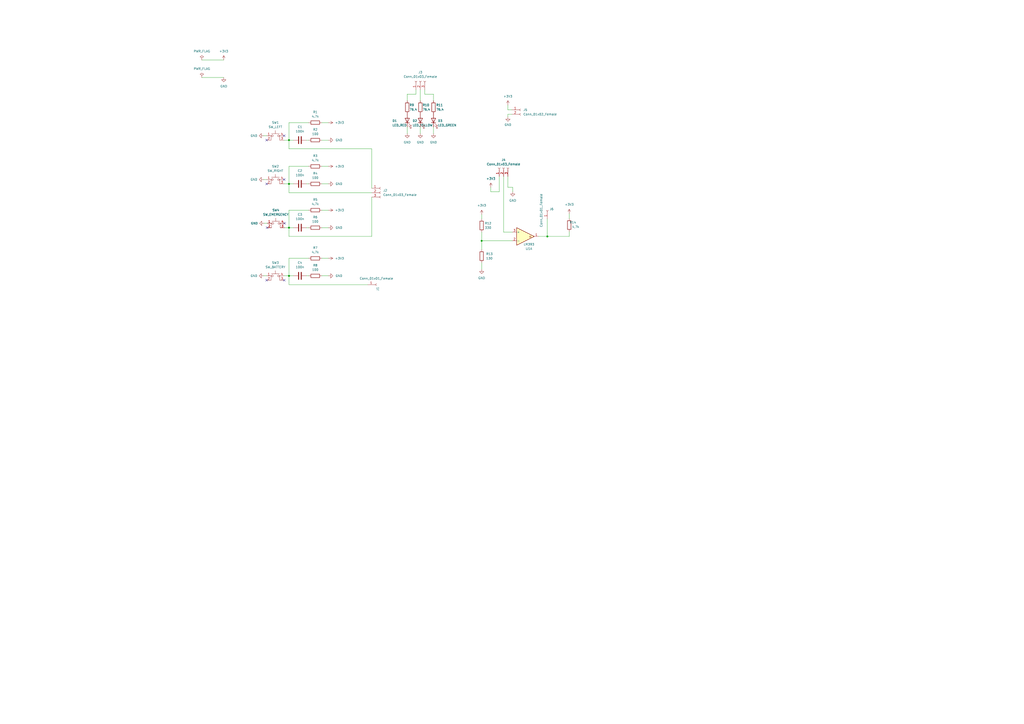
<source format=kicad_sch>
(kicad_sch (version 20211123) (generator eeschema)
  (paper "A2")
  (lib_symbols
    (symbol "Comparator:LM393" (pin_names (offset 0.127))
      (property "Reference" "U" (at 3.81 3.81 0))
      (property "Value" "LM393" (at 6.35 -3.81 0))
      (symbol "LM393_1_1"
        (polyline (pts (xy -5.08 5.08) (xy 5.08 0) (xy -5.08 -5.08) (xy -5.08 5.08)) (stroke (width 0.254)) (fill (type background)))
        (polyline (pts (xy 3.302 -0.508) (xy 2.794 -0.508) (xy 3.302 0) (xy 2.794 0.508) (xy 2.286 0) (xy 2.794 -0.508) (xy 2.286 -0.508)) (stroke (width 0.127)))
        (pin open_collector line (at 7.62 0 180) (length 2.54) (name "~") (number "1"))
        (pin input line (at -7.62 -2.54 0) (length 2.54) (name "-") (number "2"))
        (pin input line (at -7.62 2.54 0) (length 2.54) (name "+") (number "3"))
      )
      (symbol "LM393_2_1"
        (polyline (pts (xy -5.08 5.08) (xy 5.08 0) (xy -5.08 -5.08) (xy -5.08 5.08)) (stroke (width 0.254)) (fill (type background)))
        (polyline (pts (xy 3.302 -0.508) (xy 2.794 -0.508) (xy 3.302 0) (xy 2.794 0.508) (xy 2.286 0) (xy 2.794 -0.508) (xy 2.286 -0.508)) (stroke (width 0.127)))
        (pin input line (at -7.62 2.54 0) (length 2.54) (name "+") (number "5"))
        (pin input line (at -7.62 -2.54 0) (length 2.54) (name "_") (number "6"))
        (pin open_collector line (at 7.62 0 180) (length 2.54) (name "~") (number "7"))
      )
      (symbol "LM393_3_1"
        (pin power_in line (at -2.54 -7.62 90) (length 3.81) (name "V-") (number "4"))
        (pin power_in line (at -2.54 7.62 270) (length 3.81) (name "V+") (number "8"))
      )
    )
    (symbol "Connector:Conn_01x01_Female" (pin_names (offset 1.016) hide)
      (property "Reference" "J" (at 0 2.54 0))
      (property "Value" "Conn_01x01_Female" (at 0 -2.54 0))
      (symbol "Conn_01x01_Female_1_1"
        (polyline (pts (xy -1.27 0) (xy -0.508 0)) (stroke (width 0.1524)))
        (arc (start 0 0.508) (mid -0.508 0) (end 0 -0.508) (stroke (width 0.1524)))
        (pin passive line (at -5.08 0 0) (length 3.81) (name "Pin_1") (number "1"))
      )
    )
    (symbol "Connector:Conn_01x02_Female" (pin_names (offset 1.016) hide)
      (property "Reference" "J" (at 0 2.54 0))
      (property "Value" "Conn_01x02_Female" (at 0 -5.08 0))
      (symbol "Conn_01x02_Female_1_1"
        (arc (start 0 -2.032) (mid -0.508 -2.54) (end 0 -3.048) (stroke (width 0.1524)))
        (polyline (pts (xy -1.27 -2.54) (xy -0.508 -2.54)) (stroke (width 0.1524)))
        (polyline (pts (xy -1.27 0) (xy -0.508 0)) (stroke (width 0.1524)))
        (arc (start 0 0.508) (mid -0.508 0) (end 0 -0.508) (stroke (width 0.1524)))
        (pin passive line (at -5.08 0 0) (length 3.81) (name "Pin_1") (number "1"))
        (pin passive line (at -5.08 -2.54 0) (length 3.81) (name "Pin_2") (number "2"))
      )
    )
    (symbol "Connector:Conn_01x03_Female" (pin_names (offset 1.016) hide)
      (property "Reference" "J" (at 0 5.08 0))
      (property "Value" "Conn_01x03_Female" (at 0 -5.08 0))
      (symbol "Conn_01x03_Female_1_1"
        (arc (start 0 -2.032) (mid -0.508 -2.54) (end 0 -3.048) (stroke (width 0.1524)))
        (polyline (pts (xy -1.27 -2.54) (xy -0.508 -2.54)) (stroke (width 0.1524)))
        (polyline (pts (xy -1.27 0) (xy -0.508 0)) (stroke (width 0.1524)))
        (polyline (pts (xy -1.27 2.54) (xy -0.508 2.54)) (stroke (width 0.1524)))
        (arc (start 0 0.508) (mid -0.508 0) (end 0 -0.508) (stroke (width 0.1524)))
        (arc (start 0 3.048) (mid -0.508 2.54) (end 0 2.032) (stroke (width 0.1524)))
        (pin passive line (at -5.08 2.54 0) (length 3.81) (name "Pin_1") (number "1"))
        (pin passive line (at -5.08 0 0) (length 3.81) (name "Pin_2") (number "2"))
        (pin passive line (at -5.08 -2.54 0) (length 3.81) (name "Pin_3") (number "3"))
      )
    )
    (symbol "Device:C" (pin_numbers hide) (pin_names (offset 0.254))
      (property "Reference" "C" (at 0.635 2.54 0))
      (property "Value" "C" (at 0.635 -2.54 0))
      (symbol "C_0_1"
        (polyline (pts (xy -2.032 -0.762) (xy 2.032 -0.762)) (stroke (width 0.508)))
        (polyline (pts (xy -2.032 0.762) (xy 2.032 0.762)) (stroke (width 0.508)))
      )
      (symbol "C_1_1"
        (pin passive line (at 0 3.81 270) (length 2.794) (name "~") (number "1"))
        (pin passive line (at 0 -3.81 90) (length 2.794) (name "~") (number "2"))
      )
    )
    (symbol "Device:LED" (pin_numbers hide) (pin_names (offset 1.016) hide)
      (property "Reference" "D" (at 0 2.54 0))
      (property "Value" "LED" (at 0 -2.54 0))
      (symbol "LED_0_1"
        (polyline (pts (xy -1.27 -1.27) (xy -1.27 1.27)) (stroke (width 0.254)))
        (polyline (pts (xy -1.27 0) (xy 1.27 0)))
        (polyline (pts (xy 1.27 -1.27) (xy 1.27 1.27) (xy -1.27 0) (xy 1.27 -1.27)) (stroke (width 0.254)))
        (polyline (pts (xy -3.048 -0.762) (xy -4.572 -2.286) (xy -3.81 -2.286) (xy -4.572 -2.286) (xy -4.572 -1.524)))
        (polyline (pts (xy -1.778 -0.762) (xy -3.302 -2.286) (xy -2.54 -2.286) (xy -3.302 -2.286) (xy -3.302 -1.524)))
      )
      (symbol "LED_1_1"
        (pin passive line (at -3.81 0 0) (length 2.54) (name "K") (number "1"))
        (pin passive line (at 3.81 0 180) (length 2.54) (name "A") (number "2"))
      )
    )
    (symbol "Device:R" (pin_numbers hide) (pin_names (offset 0))
      (property "Reference" "R" (at 2.032 0 90))
      (property "Value" "R" (at 0 0 90))
      (symbol "R_0_1"
        (rectangle (start -1.016 -2.54) (end 1.016 2.54) (stroke (width 0.254)))
      )
      (symbol "R_1_1"
        (pin passive line (at 0 3.81 270) (length 1.27) (name "~") (number "1"))
        (pin passive line (at 0 -3.81 90) (length 1.27) (name "~") (number "2"))
      )
    )
    (symbol "Switch:SW_MEC_5E" (pin_names (offset 1.016) hide)
      (property "Reference" "SW" (at 0.635 5.715 0))
      (property "Value" "SW_MEC_5E" (at 0 -3.175 0))
      (symbol "SW_MEC_5E_0_1"
        (circle (center -1.778 2.54) (radius 0.508))
        (polyline (pts (xy -2.286 3.81) (xy 2.286 3.81)))
        (polyline (pts (xy 0 3.81) (xy 0 5.588)))
        (polyline (pts (xy -2.54 0) (xy -2.54 2.54) (xy -2.286 2.54)))
        (polyline (pts (xy 2.54 0) (xy 2.54 2.54) (xy 2.286 2.54)))
        (circle (center 1.778 2.54) (radius 0.508))
        (pin passive line (at -5.08 2.54 0) (length 2.54) (name "1") (number "1"))
        (pin passive line (at -5.08 0 0) (length 2.54) (name "2") (number "2"))
        (pin passive line (at 5.08 0 180) (length 2.54) (name "K") (number "3"))
        (pin passive line (at 5.08 2.54 180) (length 2.54) (name "A") (number "4"))
      )
    )
    (symbol "power:+3.3V" (power) (pin_names (offset 0))
      (property "Value" "+3.3V" (at 0 3.556 0))
      (symbol "+3.3V_0_1"
        (polyline (pts (xy -0.762 1.27) (xy 0 2.54)))
        (polyline (pts (xy 0 0) (xy 0 2.54)))
        (polyline (pts (xy 0 2.54) (xy 0.762 1.27)))
      )
      (symbol "+3.3V_1_1"
        (pin power_in line (at 0 0 90) (length 0) hide (name "+3V3") (number "1"))
      )
    )
    (symbol "power:GND" (power) (pin_names (offset 0))
      (property "Value" "GND" (at 0 -3.81 0))
      (symbol "GND_0_1"
        (polyline (pts (xy 0 0) (xy 0 -1.27) (xy 1.27 -1.27) (xy 0 -2.54) (xy -1.27 -1.27) (xy 0 -1.27)))
      )
      (symbol "GND_1_1"
        (pin power_in line (at 0 0 270) (length 0) hide (name "GND") (number "1"))
      )
    )
    (symbol "power:PWR_FLAG" (power) (pin_numbers hide) (pin_names (offset 0) hide)
      (property "Value" "PWR_FLAG" (at 0 3.81 0))
      (symbol "PWR_FLAG_0_0"
        (pin power_out line (at 0 0 90) (length 0) (name "pwr") (number "1"))
      )
      (symbol "PWR_FLAG_0_1"
        (polyline (pts (xy 0 0) (xy 0 1.27) (xy -1.016 1.905) (xy 0 2.54) (xy 1.016 1.905) (xy 0 1.27)))
      )
    )
  )
  (junction (at 167.64 132.08))
  (junction (at 167.64 160.02))
  (junction (at 167.64 81.28))
  (junction (at 317.5 137.16))
  (junction (at 167.64 106.68))
  (junction (at 279.4 139.7))
  (no_connect (at 164.846 78.74))
  (no_connect (at 165.1 129.54))
  (no_connect (at 154.686 162.56))
  (no_connect (at 154.686 106.68))
  (no_connect (at 164.846 104.14))
  (no_connect (at 154.686 81.28))
  (no_connect (at 154.94 132.08))
  (no_connect (at 164.846 162.56))
  (wire (pts (xy 279.4 139.7) (xy 297.18 139.7)))
  (wire (pts (xy 177.8 106.68) (xy 179.07 106.68)))
  (wire (pts (xy 186.69 132.08) (xy 190.5 132.08)))
  (wire (pts (xy 312.42 137.16) (xy 317.5 137.16)))
  (wire (pts (xy 186.69 149.86) (xy 190.5 149.86)))
  (wire (pts (xy 215.646 86.36) (xy 215.646 109.22)))
  (wire (pts (xy 167.64 86.36) (xy 215.646 86.36)))
  (wire (pts (xy 186.69 160.02) (xy 190.5 160.02)))
  (wire (pts (xy 153.162 129.54) (xy 154.94 129.54)))
  (wire (pts (xy 167.64 96.52) (xy 179.07 96.52)))
  (wire (pts (xy 246.38 52.07) (xy 246.38 54.61)))
  (wire (pts (xy 186.69 71.12) (xy 190.5 71.12)))
  (wire (pts (xy 279.4 152.4) (xy 279.4 156.21)))
  (wire (pts (xy 177.8 132.08) (xy 179.07 132.08)))
  (wire (pts (xy 167.64 121.92) (xy 179.07 121.92)))
  (wire (pts (xy 167.64 160.02) (xy 167.64 165.1)))
  (wire (pts (xy 236.22 54.61) (xy 236.22 58.42)))
  (wire (pts (xy 251.46 54.61) (xy 251.46 58.42)))
  (wire (pts (xy 294.64 102.362) (xy 294.64 108.712)))
  (wire (pts (xy 152.908 104.14) (xy 154.686 104.14)))
  (wire (pts (xy 117.094 34.798) (xy 129.794 34.798)))
  (wire (pts (xy 215.646 114.3) (xy 215.646 137.16)))
  (wire (pts (xy 296.926 63.754) (xy 294.64 63.754)))
  (wire (pts (xy 294.64 67.818) (xy 294.64 66.294)))
  (wire (pts (xy 279.4 134.62) (xy 279.4 139.7)))
  (wire (pts (xy 289.56 111.252) (xy 284.734 111.252)))
  (wire (pts (xy 167.64 81.28) (xy 167.64 86.36)))
  (wire (pts (xy 186.69 121.92) (xy 190.5 121.92)))
  (wire (pts (xy 243.84 73.66) (xy 243.84 77.47)))
  (wire (pts (xy 177.8 81.28) (xy 179.07 81.28)))
  (wire (pts (xy 236.22 73.66) (xy 236.22 77.47)))
  (wire (pts (xy 213.36 165.1) (xy 167.64 165.1)))
  (wire (pts (xy 167.64 71.12) (xy 167.64 81.28)))
  (wire (pts (xy 167.64 111.76) (xy 215.646 111.76)))
  (wire (pts (xy 167.64 132.08) (xy 167.64 137.16)))
  (wire (pts (xy 167.64 160.02) (xy 170.18 160.02)))
  (wire (pts (xy 167.64 121.92) (xy 167.64 132.08)))
  (wire (pts (xy 284.734 108.712) (xy 284.734 111.252)))
  (wire (pts (xy 165.1 132.08) (xy 167.64 132.08)))
  (wire (pts (xy 167.64 71.12) (xy 179.07 71.12)))
  (wire (pts (xy 292.1 134.62) (xy 297.18 134.62)))
  (wire (pts (xy 186.69 81.28) (xy 190.5 81.28)))
  (wire (pts (xy 279.4 139.7) (xy 279.4 144.78)))
  (wire (pts (xy 241.3 54.61) (xy 236.22 54.61)))
  (wire (pts (xy 167.64 149.86) (xy 179.07 149.86)))
  (wire (pts (xy 330.2 137.16) (xy 317.5 137.16)))
  (wire (pts (xy 164.846 160.02) (xy 167.64 160.02)))
  (wire (pts (xy 330.2 123.952) (xy 330.2 126.746)))
  (wire (pts (xy 177.8 160.02) (xy 179.07 160.02)))
  (wire (pts (xy 294.64 108.712) (xy 297.434 108.712)))
  (wire (pts (xy 317.5 127) (xy 317.5 137.16)))
  (wire (pts (xy 167.64 106.68) (xy 170.18 106.68)))
  (wire (pts (xy 243.84 52.07) (xy 243.84 58.42)))
  (wire (pts (xy 241.3 52.07) (xy 241.3 54.61)))
  (wire (pts (xy 167.64 106.68) (xy 167.64 111.76)))
  (wire (pts (xy 294.64 66.294) (xy 296.926 66.294)))
  (wire (pts (xy 186.69 96.52) (xy 190.5 96.52)))
  (wire (pts (xy 164.846 106.68) (xy 167.64 106.68)))
  (wire (pts (xy 186.69 106.68) (xy 190.5 106.68)))
  (wire (pts (xy 167.64 81.28) (xy 170.18 81.28)))
  (wire (pts (xy 167.64 132.08) (xy 170.18 132.08)))
  (wire (pts (xy 152.908 160.02) (xy 154.686 160.02)))
  (wire (pts (xy 279.4 124.46) (xy 279.4 127)))
  (wire (pts (xy 167.64 96.52) (xy 167.64 106.68)))
  (wire (pts (xy 167.64 137.16) (xy 215.646 137.16)))
  (wire (pts (xy 289.56 102.362) (xy 289.56 111.252)))
  (wire (pts (xy 330.2 134.366) (xy 330.2 137.16)))
  (wire (pts (xy 294.64 60.96) (xy 294.64 63.754)))
  (wire (pts (xy 297.434 108.712) (xy 297.434 111.252)))
  (wire (pts (xy 167.64 149.86) (xy 167.64 160.02)))
  (wire (pts (xy 117.094 44.958) (xy 129.794 44.958)))
  (wire (pts (xy 164.846 81.28) (xy 167.64 81.28)))
  (wire (pts (xy 152.908 78.74) (xy 154.686 78.74)))
  (wire (pts (xy 251.46 73.66) (xy 251.46 77.47)))
  (wire (pts (xy 246.38 54.61) (xy 251.46 54.61)))
  (wire (pts (xy 292.1 102.362) (xy 292.1 134.62)))
  (symbol (lib_id "Connector:Conn_01x01_Female") (at 218.44 165.1 0) (unit 1)
    (property "Reference" "J1" (at 219.0751 166.37 90) (effects (justify right)))
    (property "Value" "Conn_01x01_Female" (at 228.092 161.544 0) (effects (justify right)))
    (property "Footprint" "Connector_PinHeader_2.54mm:PinHeader_1x01_P2.54mm_Horizontal" (effects hide))
  )
  (symbol (lib_id "power:GND") (at 251.46 77.47 0) (unit 1)
    (property "Reference" "#PWR017" (effects hide))
    (property "Value" "GND" (at 251.46 82.55 0))
  )
  (symbol (lib_id "power:PWR_FLAG") (at 117.094 44.958 0) (unit 1)
    (property "Reference" "#FLG02" (effects hide))
    (property "Value" "PWR_FLAG" (at 117.094 39.878 0))
  )
  (symbol (lib_id "Device:R") (at 182.88 160.02 90) (unit 1)
    (property "Reference" "R8" (at 182.88 153.924 90))
    (property "Value" "100" (at 182.88 156.464 90))
    (property "Footprint" "Resistor_THT:R_Axial_DIN0207_L6.3mm_D2.5mm_P10.16mm_Horizontal" (effects hide))
  )
  (symbol (lib_id "Device:C") (at 173.99 160.02 90) (unit 1)
    (property "Reference" "C4" (at 173.99 152.4 90))
    (property "Value" "100n" (at 173.99 154.94 90))
    (property "Footprint" "Capacitor_THT:C_Disc_D3.4mm_W2.1mm_P2.50mm" (effects hide))
  )
  (symbol (lib_id "Connector:Conn_01x02_Female") (at 302.006 63.754 0) (unit 1)
    (property "Reference" "J5" (at 303.53 63.7539 0) (effects (justify left)))
    (property "Value" "Conn_01x02_Female" (at 303.53 66.2939 0) (effects (justify left)))
    (property "Footprint" "Connector_PinHeader_2.54mm:PinHeader_1x02_P2.54mm_Horizontal" (effects hide))
  )
  (symbol (lib_id "Switch:SW_MEC_5E") (at 160.02 132.08 0) (unit 1)
    (property "Reference" "SW4" (at 160.02 121.92 0))
    (property "Value" "SW_EMERGENCY" (at 160.02 124.46 0))
    (property "Footprint" "Button_Switch_THT:SW_PUSH-12mm" (effects hide))
    (property "Datasheet" "http://www.apem.com/int/index.php?controller=attachment&id_attachment=1371" (effects hide))
  )
  (symbol (lib_id "Device:R") (at 279.4 148.59 0) (unit 1)
    (property "Reference" "R13" (at 281.94 147.3199 0) (effects (justify left)))
    (property "Value" "130" (at 281.94 149.8599 0) (effects (justify left)))
    (property "Footprint" "Resistor_THT:R_Axial_DIN0207_L6.3mm_D2.5mm_P10.16mm_Horizontal" (effects hide))
  )
  (symbol (lib_id "Device:R") (at 236.22 62.23 0) (unit 1)
    (property "Reference" "R9" (at 237.49 60.96 0) (effects (justify left)))
    (property "Value" "76,4" (at 237.49 63.5 0) (effects (justify left)))
    (property "Footprint" "Resistor_THT:R_Axial_DIN0207_L6.3mm_D2.5mm_P10.16mm_Horizontal" (effects hide))
  )
  (symbol (lib_id "Switch:SW_MEC_5E") (at 159.766 81.28 0) (unit 1)
    (property "Reference" "SW1" (at 159.766 71.12 0))
    (property "Value" "SW_LEFT" (at 159.766 73.66 0))
    (property "Footprint" "Button_Switch_THT:SW_PUSH-12mm" (effects hide))
    (property "Datasheet" "http://www.apem.com/int/index.php?controller=attachment&id_attachment=1371" (effects hide))
  )
  (symbol (lib_id "power:GND") (at 236.22 77.47 0) (unit 1)
    (property "Reference" "#PWR015" (effects hide))
    (property "Value" "GND" (at 236.22 82.55 0))
  )
  (symbol (lib_id "power:GND") (at 190.5 106.68 90) (unit 1)
    (property "Reference" "#PWR010" (effects hide))
    (property "Value" "GND" (at 194.564 106.6799 90) (effects (justify right)))
  )
  (symbol (lib_id "power:GND") (at 294.64 67.818 0) (unit 1)
    (property "Reference" "#PWR022" (effects hide))
    (property "Value" "GND" (at 294.64 72.39 0))
  )
  (symbol (lib_id "power:GND") (at 129.794 44.958 0) (unit 1)
    (property "Reference" "#PWR02" (effects hide))
    (property "Value" "GND" (at 129.794 50.038 0))
  )
  (symbol (lib_id "Switch:SW_MEC_5E") (at 159.766 106.68 0) (unit 1)
    (property "Reference" "SW2" (at 159.766 96.52 0))
    (property "Value" "SW_RIGHT" (at 159.766 99.06 0))
    (property "Footprint" "Button_Switch_THT:SW_PUSH-12mm" (effects hide))
    (property "Datasheet" "http://www.apem.com/int/index.php?controller=attachment&id_attachment=1371" (effects hide))
  )
  (symbol (lib_id "Device:R") (at 182.88 106.68 90) (unit 1)
    (property "Reference" "R4" (at 182.88 100.584 90))
    (property "Value" "100" (at 182.88 103.124 90))
    (property "Footprint" "Resistor_THT:R_Axial_DIN0207_L6.3mm_D2.5mm_P10.16mm_Horizontal" (effects hide))
  )
  (symbol (lib_id "Device:R") (at 251.46 62.23 0) (unit 1)
    (property "Reference" "R11" (at 252.984 60.96 0) (effects (justify left)))
    (property "Value" "76,4" (at 252.984 63.5 0) (effects (justify left)))
    (property "Footprint" "Resistor_THT:R_Axial_DIN0207_L6.3mm_D2.5mm_P10.16mm_Horizontal" (effects hide))
  )
  (symbol (lib_id "power:GND") (at 153.162 129.54 270) (unit 1)
    (property "Reference" "#PWR06" (effects hide))
    (property "Value" "GND" (at 149.606 129.5399 90) (effects (justify right)))
  )
  (symbol (lib_id "Device:R") (at 182.88 149.86 90) (unit 1)
    (property "Reference" "R7" (at 182.88 143.764 90))
    (property "Value" "4.7k" (at 182.88 146.304 90))
    (property "Footprint" "Resistor_THT:R_Axial_DIN0207_L6.3mm_D2.5mm_P10.16mm_Horizontal" (effects hide))
  )
  (symbol (lib_id "Device:R") (at 330.2 130.556 0) (mirror y) (unit 1)
    (property "Reference" "R14" (at 334.264 129.032 0) (effects (justify left)))
    (property "Value" "4,7k" (at 336.042 131.572 0) (effects (justify left)))
    (property "Footprint" "Resistor_THT:R_Axial_DIN0207_L6.3mm_D2.5mm_P10.16mm_Horizontal" (effects hide))
  )
  (symbol (lib_id "Connector:Conn_01x03_Female") (at 243.84 46.99 90) (unit 1)
    (property "Reference" "J3" (at 243.84 41.91 90))
    (property "Value" "Conn_01x03_Female" (at 243.84 44.45 90))
    (property "Footprint" "Connector_PinHeader_2.54mm:PinHeader_1x03_P2.54mm_Horizontal" (effects hide))
  )
  (symbol (lib_id "Device:LED") (at 243.84 69.85 90) (unit 1)
    (property "Reference" "D2" (at 239.268 70.104 90) (effects (justify right)))
    (property "Value" "LED_YELLOW" (at 239.268 72.644 90) (effects (justify right)))
    (property "Footprint" "LED_THT:LED_D5.0mm" (effects hide))
  )
  (symbol (lib_id "power:+3.3V") (at 190.5 121.92 270) (unit 1)
    (property "Reference" "#PWR011" (effects hide))
    (property "Value" "+3.3V" (at 194.31 121.9199 90) (effects (justify left)))
  )
  (symbol (lib_id "power:GND") (at 279.4 156.21 0) (unit 1)
    (property "Reference" "#PWR019" (effects hide))
    (property "Value" "GND" (at 279.4 161.29 0))
  )
  (symbol (lib_id "Switch:SW_MEC_5E") (at 159.766 162.56 0) (unit 1)
    (property "Reference" "SW3" (at 159.766 152.4 0))
    (property "Value" "SW_BATTERY" (at 159.766 154.94 0))
    (property "Footprint" "Button_Switch_THT:SW_PUSH_6mm_H7.3mm" (effects hide))
    (property "Datasheet" "http://www.apem.com/int/index.php?controller=attachment&id_attachment=1371" (effects hide))
  )
  (symbol (lib_id "power:PWR_FLAG") (at 117.094 34.798 0) (unit 1)
    (property "Reference" "#FLG01" (effects hide))
    (property "Value" "PWR_FLAG" (at 117.094 29.718 0))
  )
  (symbol (lib_id "Device:R") (at 182.88 71.12 90) (unit 1)
    (property "Reference" "R1" (at 182.88 65.024 90))
    (property "Value" "4.7k" (at 182.88 67.564 90))
    (property "Footprint" "Resistor_THT:R_Axial_DIN0207_L6.3mm_D2.5mm_P10.16mm_Horizontal" (effects hide))
  )
  (symbol (lib_id "Device:R") (at 182.88 132.08 90) (unit 1)
    (property "Reference" "R6" (at 182.88 125.984 90))
    (property "Value" "100" (at 182.88 128.524 90))
    (property "Footprint" "Resistor_THT:R_Axial_DIN0207_L6.3mm_D2.5mm_P10.16mm_Horizontal" (effects hide))
  )
  (symbol (lib_id "power:+3.3V") (at 284.734 108.712 0) (unit 1)
    (property "Reference" "#PWR020" (effects hide))
    (property "Value" "+3.3V" (at 284.734 103.632 0))
  )
  (symbol (lib_id "Connector:Conn_01x01_Female") (at 317.5 121.92 90) (unit 1)
    (property "Reference" "J6" (at 318.77 121.2849 90) (effects (justify right)))
    (property "Value" "Conn_01x01_Female" (at 313.944 112.268 0) (effects (justify right)))
    (property "Footprint" "Connector_PinHeader_2.54mm:PinHeader_1x01_P2.54mm_Horizontal" (effects hide))
  )
  (symbol (lib_id "Device:R") (at 182.88 96.52 90) (unit 1)
    (property "Reference" "R3" (at 182.88 90.424 90))
    (property "Value" "4.7k" (at 182.88 92.964 90))
    (property "Footprint" "Resistor_THT:R_Axial_DIN0207_L6.3mm_D2.5mm_P10.16mm_Horizontal" (effects hide))
  )
  (symbol (lib_id "Device:C") (at 173.99 132.08 90) (unit 1)
    (property "Reference" "C3" (at 173.99 124.46 90))
    (property "Value" "100n" (at 173.99 127 90))
    (property "Footprint" "Capacitor_THT:C_Disc_D3.4mm_W2.1mm_P2.50mm" (effects hide))
  )
  (symbol (lib_id "power:GND") (at 152.908 78.74 270) (unit 1)
    (property "Reference" "#PWR03" (effects hide))
    (property "Value" "GND" (at 149.352 78.7399 90) (effects (justify right)))
  )
  (symbol (lib_id "Device:LED") (at 236.22 69.85 90) (unit 1)
    (property "Reference" "D1" (at 227.584 70.104 90) (effects (justify right)))
    (property "Value" "LED_RED" (at 227.584 72.644 90) (effects (justify right)))
    (property "Footprint" "LED_THT:LED_D5.0mm" (effects hide))
  )
  (symbol (lib_id "power:GND") (at 152.908 104.14 270) (unit 1)
    (property "Reference" "#PWR04" (effects hide))
    (property "Value" "GND" (at 149.352 104.1399 90) (effects (justify right)))
  )
  (symbol (lib_id "Device:R") (at 182.88 81.28 90) (unit 1)
    (property "Reference" "R2" (at 182.88 75.184 90))
    (property "Value" "100" (at 182.88 77.724 90))
    (property "Footprint" "Resistor_THT:R_Axial_DIN0207_L6.3mm_D2.5mm_P10.16mm_Horizontal" (effects hide))
  )
  (symbol (lib_id "power:+3.3V") (at 279.4 124.46 0) (unit 1)
    (property "Reference" "#PWR018" (effects hide))
    (property "Value" "+3.3V" (at 279.4 119.126 0))
  )
  (symbol (lib_id "Device:LED") (at 251.46 69.85 90) (unit 1)
    (property "Reference" "D3" (at 254 70.104 90) (effects (justify right)))
    (property "Value" "LED_GREEN" (at 254 72.644 90) (effects (justify right)))
    (property "Footprint" "LED_THT:LED_D5.0mm" (effects hide))
  )
  (symbol (lib_id "power:+3.3V") (at 190.5 96.52 270) (unit 1)
    (property "Reference" "#PWR09" (effects hide))
    (property "Value" "+3.3V" (at 194.31 96.5199 90) (effects (justify left)))
  )
  (symbol (lib_id "power:+3.3V") (at 330.2 123.952 0) (mirror y) (unit 1)
    (property "Reference" "#PWR024" (effects hide))
    (property "Value" "+3.3V" (at 330.2 118.618 0))
  )
  (symbol (lib_id "power:+3.3V") (at 190.5 149.86 270) (unit 1)
    (property "Reference" "#PWR013" (effects hide))
    (property "Value" "+3.3V" (at 194.31 149.8599 90) (effects (justify left)))
  )
  (symbol (lib_id "power:GND") (at 190.5 132.08 90) (unit 1)
    (property "Reference" "#PWR012" (effects hide))
    (property "Value" "GND" (at 194.564 132.0799 90) (effects (justify right)))
  )
  (symbol (lib_id "Device:R") (at 182.88 121.92 90) (unit 1)
    (property "Reference" "R5" (at 182.88 115.824 90))
    (property "Value" "4.7k" (at 182.88 118.364 90))
    (property "Footprint" "Resistor_THT:R_Axial_DIN0207_L6.3mm_D2.5mm_P10.16mm_Horizontal" (effects hide))
  )
  (symbol (lib_id "power:GND") (at 243.84 77.47 0) (unit 1)
    (property "Reference" "#PWR016" (effects hide))
    (property "Value" "GND" (at 243.84 82.55 0))
  )
  (symbol (lib_id "Device:C") (at 173.99 106.68 90) (unit 1)
    (property "Reference" "C2" (at 173.99 99.06 90))
    (property "Value" "100n" (at 173.99 101.6 90))
    (property "Footprint" "Capacitor_THT:C_Disc_D3.4mm_W2.1mm_P2.50mm" (effects hide))
  )
  (symbol (lib_id "power:+3.3V") (at 129.794 34.798 0) (unit 1)
    (property "Reference" "#PWR01" (effects hide))
    (property "Value" "+3.3V" (at 129.794 29.718 0))
  )
  (symbol (lib_id "power:+3.3V") (at 190.5 71.12 270) (unit 1)
    (property "Reference" "#PWR07" (effects hide))
    (property "Value" "+3.3V" (at 194.31 71.1199 90) (effects (justify left)))
  )
  (symbol (lib_id "Comparator:LM393") (at 304.8 137.16 0) (unit 1)
    (property "Reference" "U1" (at 306.832 144.272 0))
    (property "Value" "LM393" (at 306.832 141.732 0))
    (property "Footprint" "Package_DIP:DIP-8_W7.62mm_LongPads" (effects hide))
    (property "Datasheet" "http://www.ti.com/lit/ds/symlink/lm393.pdf" (effects hide))
  )
  (symbol (lib_id "Device:R") (at 243.84 62.23 0) (unit 1)
    (property "Reference" "R10" (at 245.11 60.96 0) (effects (justify left)))
    (property "Value" "76,4" (at 245.11 63.5 0) (effects (justify left)))
    (property "Footprint" "Resistor_THT:R_Axial_DIN0207_L6.3mm_D2.5mm_P10.16mm_Horizontal" (effects hide))
  )
  (symbol (lib_id "Connector:Conn_01x03_Female") (at 292.1 97.282 90) (unit 1)
    (property "Reference" "J4" (at 292.1 92.71 90))
    (property "Value" "Conn_01x03_Female" (at 292.1 95.25 90))
    (property "Footprint" "Connector_PinHeader_2.54mm:PinHeader_1x03_P2.54mm_Vertical" (effects hide))
  )
  (symbol (lib_id "Device:C") (at 173.99 81.28 90) (unit 1)
    (property "Reference" "C1" (at 173.99 73.66 90))
    (property "Value" "100n" (at 173.99 76.2 90))
    (property "Footprint" "Capacitor_THT:C_Disc_D3.4mm_W2.1mm_P2.50mm" (effects hide))
  )
  (symbol (lib_id "power:GND") (at 190.5 81.28 90) (unit 1)
    (property "Reference" "#PWR08" (effects hide))
    (property "Value" "GND" (at 194.564 81.2799 90) (effects (justify right)))
  )
  (symbol (lib_id "Device:R") (at 279.4 130.81 0) (unit 1)
    (property "Reference" "R12" (at 281.178 129.5399 0) (effects (justify left)))
    (property "Value" "330" (at 281.178 132.0799 0) (effects (justify left)))
    (property "Footprint" "Resistor_THT:R_Axial_DIN0207_L6.3mm_D2.5mm_P10.16mm_Horizontal" (effects hide))
  )
  (symbol (lib_id "power:GND") (at 190.5 160.02 90) (unit 1)
    (property "Reference" "#PWR014" (effects hide))
    (property "Value" "GND" (at 194.564 160.0199 90) (effects (justify right)))
  )
  (symbol (lib_id "power:GND") (at 152.908 160.02 270) (unit 1)
    (property "Reference" "#PWR05" (effects hide))
    (property "Value" "GND" (at 149.352 160.0199 90) (effects (justify right)))
  )
  (symbol (lib_id "power:+3.3V") (at 294.64 60.96 0) (unit 1)
    (property "Reference" "#PWR021" (effects hide))
    (property "Value" "+3.3V" (at 294.64 55.88 0))
  )
  (symbol (lib_id "Connector:Conn_01x03_Female") (at 220.726 111.76 0) (unit 1)
    (property "Reference" "J2" (at 222.25 110.4899 0) (effects (justify left)))
    (property "Value" "Conn_01x03_Female" (at 222.25 113.0299 0) (effects (justify left)))
    (property "Footprint" "Connector_PinHeader_2.54mm:PinHeader_1x03_P2.54mm_Horizontal" (effects hide))
  )
  (symbol (lib_id "power:GND") (at 297.434 111.252 0) (unit 1)
    (property "Reference" "#PWR023" (effects hide))
    (property "Value" "GND" (at 297.434 116.332 0))
  )
)
</source>
